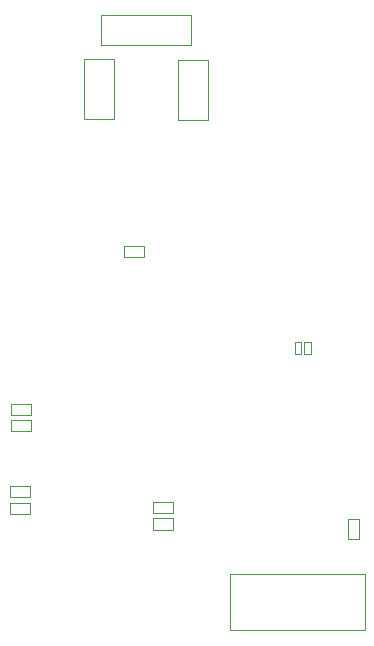
<source format=gbr>
G04*
G04 #@! TF.GenerationSoftware,Altium Limited,Altium Designer,23.8.1 (32)*
G04*
G04 Layer_Color=16711935*
%FSLAX44Y44*%
%MOMM*%
G71*
G04*
G04 #@! TF.SameCoordinates,B1DDD4D6-6927-4A11-B6FF-346F9E1F7E25*
G04*
G04*
G04 #@! TF.FilePolarity,Positive*
G04*
G01*
G75*
%ADD10C,0.1000*%
D10*
X424100Y305260D02*
Y315760D01*
X418600Y305260D02*
Y315760D01*
X424100D01*
X418600Y305260D02*
X424100D01*
X239860Y503920D02*
X265260D01*
Y554720D01*
X239860D02*
X265260D01*
X239860Y503920D02*
Y554720D01*
X290850Y387160D02*
Y396660D01*
X273850Y387160D02*
Y396660D01*
Y387160D02*
X290850D01*
X273850Y396660D02*
X290850D01*
X176990Y169960D02*
X193990D01*
X176990Y179460D02*
X193990D01*
Y169960D02*
Y179460D01*
X176990Y169960D02*
Y179460D01*
X315550Y170530D02*
Y180030D01*
X298550Y170530D02*
Y180030D01*
Y170530D02*
X315550D01*
X298550Y180030D02*
X315550D01*
X178600Y239810D02*
X195600D01*
X178600Y249310D02*
X195600D01*
Y239810D02*
Y249310D01*
X178600Y239810D02*
Y249310D01*
X193990Y183960D02*
Y193460D01*
X176990Y183960D02*
Y193460D01*
Y183960D02*
X193990D01*
X176990Y193460D02*
X193990D01*
X298550Y156530D02*
X315550D01*
X298550Y166030D02*
X315550D01*
Y156530D02*
Y166030D01*
X298550Y156530D02*
Y166030D01*
X195600Y253810D02*
Y263310D01*
X178600Y253810D02*
Y263310D01*
Y253810D02*
X195600D01*
X178600Y263310D02*
X195600D01*
X330660Y566620D02*
Y592020D01*
X254460Y566620D02*
Y592020D01*
Y566620D02*
X330660D01*
X254460Y592020D02*
X330660D01*
X345200Y503670D02*
Y554470D01*
X319800Y503670D02*
X345200D01*
X319800D02*
Y554470D01*
X345200D01*
X426600Y305260D02*
X432100D01*
X426600Y315760D02*
X432100D01*
X426600Y305260D02*
Y315760D01*
X432100Y305260D02*
Y315760D01*
X477560Y71610D02*
Y118610D01*
X363560D02*
X477560D01*
X363560Y71610D02*
Y118610D01*
Y71610D02*
X477560D01*
X473310Y148460D02*
Y165460D01*
X463810Y148460D02*
Y165460D01*
X473310D01*
X463810Y148460D02*
X473310D01*
M02*

</source>
